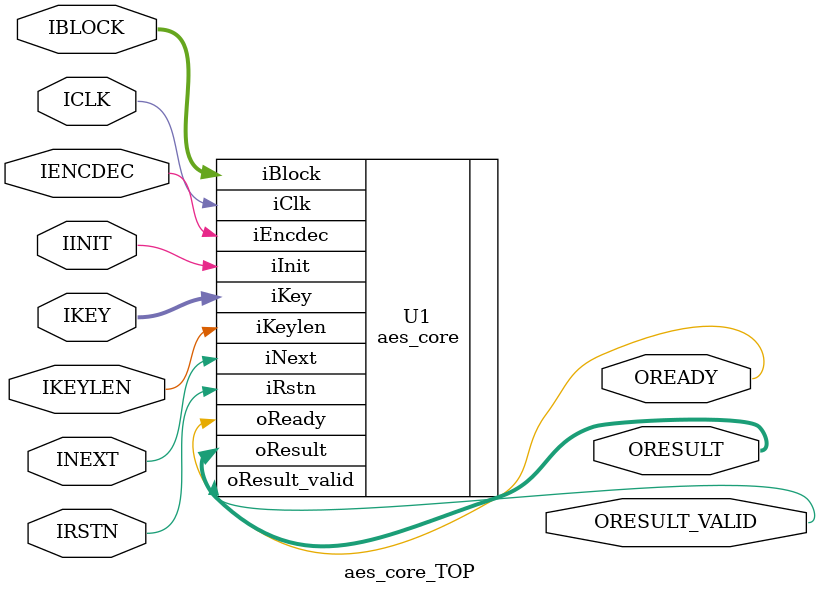
<source format=v>
module aes_core_TOP (
	input			ICLK,
	input			IRSTN,
	input			IENCDEC,
	input			IINIT,
	input			INEXT,
	output			OREADY,
	input	[255:0]	IKEY,
	input			IKEYLEN,
	input	[127:0]	IBLOCK,
	output	[127:0]	ORESULT,
	output			ORESULT_VALID
);

aes_core U1 (
	.iClk			(ICLK),
	.iRstn			(IRSTN),
	.iEncdec		(IENCDEC),
	.iInit			(IINIT),
	.iNext			(INEXT),
	.oReady			(OREADY),
	.iKey			(IKEY),
	.iKeylen		(IKEYLEN),
	.iBlock			(IBLOCK),
	.oResult		(ORESULT),
	.oResult_valid	(ORESULT_VALID)
);

endmodule
</source>
